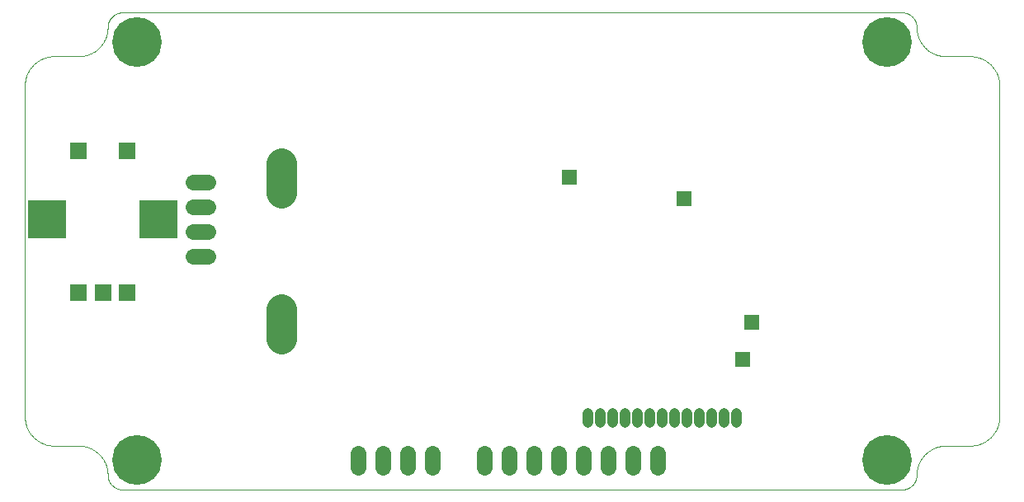
<source format=gbs>
G75*
%MOIN*%
%OFA0B0*%
%FSLAX25Y25*%
%IPPOS*%
%LPD*%
%AMOC8*
5,1,8,0,0,1.08239X$1,22.5*
%
%ADD10C,0.00394*%
%ADD11C,0.04362*%
%ADD12C,0.12211*%
%ADD13R,0.07093X0.07093*%
%ADD14R,0.15361X0.15361*%
%ADD15C,0.06306*%
%ADD16C,0.20085*%
%ADD17R,0.06306X0.06306*%
D10*
X0039406Y0022717D02*
X0049249Y0022717D01*
X0039406Y0022717D02*
X0039121Y0022720D01*
X0038835Y0022731D01*
X0038550Y0022748D01*
X0038266Y0022772D01*
X0037982Y0022803D01*
X0037699Y0022841D01*
X0037418Y0022886D01*
X0037137Y0022937D01*
X0036857Y0022995D01*
X0036579Y0023060D01*
X0036303Y0023132D01*
X0036029Y0023210D01*
X0035756Y0023295D01*
X0035486Y0023387D01*
X0035218Y0023485D01*
X0034952Y0023589D01*
X0034689Y0023700D01*
X0034429Y0023817D01*
X0034171Y0023940D01*
X0033917Y0024070D01*
X0033666Y0024206D01*
X0033418Y0024347D01*
X0033174Y0024495D01*
X0032933Y0024648D01*
X0032697Y0024808D01*
X0032464Y0024973D01*
X0032235Y0025143D01*
X0032010Y0025319D01*
X0031790Y0025501D01*
X0031574Y0025687D01*
X0031363Y0025879D01*
X0031156Y0026076D01*
X0030954Y0026278D01*
X0030757Y0026485D01*
X0030565Y0026696D01*
X0030379Y0026912D01*
X0030197Y0027132D01*
X0030021Y0027357D01*
X0029851Y0027586D01*
X0029686Y0027819D01*
X0029526Y0028055D01*
X0029373Y0028296D01*
X0029225Y0028540D01*
X0029084Y0028788D01*
X0028948Y0029039D01*
X0028818Y0029293D01*
X0028695Y0029551D01*
X0028578Y0029811D01*
X0028467Y0030074D01*
X0028363Y0030340D01*
X0028265Y0030608D01*
X0028173Y0030878D01*
X0028088Y0031151D01*
X0028010Y0031425D01*
X0027938Y0031701D01*
X0027873Y0031979D01*
X0027815Y0032259D01*
X0027764Y0032540D01*
X0027719Y0032821D01*
X0027681Y0033104D01*
X0027650Y0033388D01*
X0027626Y0033672D01*
X0027609Y0033957D01*
X0027598Y0034243D01*
X0027595Y0034528D01*
X0027595Y0168386D01*
X0027598Y0168671D01*
X0027609Y0168957D01*
X0027626Y0169242D01*
X0027650Y0169526D01*
X0027681Y0169810D01*
X0027719Y0170093D01*
X0027764Y0170374D01*
X0027815Y0170655D01*
X0027873Y0170935D01*
X0027938Y0171213D01*
X0028010Y0171489D01*
X0028088Y0171763D01*
X0028173Y0172036D01*
X0028265Y0172306D01*
X0028363Y0172574D01*
X0028467Y0172840D01*
X0028578Y0173103D01*
X0028695Y0173363D01*
X0028818Y0173621D01*
X0028948Y0173875D01*
X0029084Y0174126D01*
X0029225Y0174374D01*
X0029373Y0174618D01*
X0029526Y0174859D01*
X0029686Y0175095D01*
X0029851Y0175328D01*
X0030021Y0175557D01*
X0030197Y0175782D01*
X0030379Y0176002D01*
X0030565Y0176218D01*
X0030757Y0176429D01*
X0030954Y0176636D01*
X0031156Y0176838D01*
X0031363Y0177035D01*
X0031574Y0177227D01*
X0031790Y0177413D01*
X0032010Y0177595D01*
X0032235Y0177771D01*
X0032464Y0177941D01*
X0032697Y0178106D01*
X0032933Y0178266D01*
X0033174Y0178419D01*
X0033418Y0178567D01*
X0033666Y0178708D01*
X0033917Y0178844D01*
X0034171Y0178974D01*
X0034429Y0179097D01*
X0034689Y0179214D01*
X0034952Y0179325D01*
X0035218Y0179429D01*
X0035486Y0179527D01*
X0035756Y0179619D01*
X0036029Y0179704D01*
X0036303Y0179782D01*
X0036579Y0179854D01*
X0036857Y0179919D01*
X0037137Y0179977D01*
X0037418Y0180028D01*
X0037699Y0180073D01*
X0037982Y0180111D01*
X0038266Y0180142D01*
X0038550Y0180166D01*
X0038835Y0180183D01*
X0039121Y0180194D01*
X0039406Y0180197D01*
X0049249Y0180197D01*
X0049534Y0180200D01*
X0049820Y0180211D01*
X0050105Y0180228D01*
X0050389Y0180252D01*
X0050673Y0180283D01*
X0050956Y0180321D01*
X0051237Y0180366D01*
X0051518Y0180417D01*
X0051798Y0180475D01*
X0052076Y0180540D01*
X0052352Y0180612D01*
X0052626Y0180690D01*
X0052899Y0180775D01*
X0053169Y0180867D01*
X0053437Y0180965D01*
X0053703Y0181069D01*
X0053966Y0181180D01*
X0054226Y0181297D01*
X0054484Y0181420D01*
X0054738Y0181550D01*
X0054989Y0181686D01*
X0055237Y0181827D01*
X0055481Y0181975D01*
X0055722Y0182128D01*
X0055958Y0182288D01*
X0056191Y0182453D01*
X0056420Y0182623D01*
X0056645Y0182799D01*
X0056865Y0182981D01*
X0057081Y0183167D01*
X0057292Y0183359D01*
X0057499Y0183556D01*
X0057701Y0183758D01*
X0057898Y0183965D01*
X0058090Y0184176D01*
X0058276Y0184392D01*
X0058458Y0184612D01*
X0058634Y0184837D01*
X0058804Y0185066D01*
X0058969Y0185299D01*
X0059129Y0185535D01*
X0059282Y0185776D01*
X0059430Y0186020D01*
X0059571Y0186268D01*
X0059707Y0186519D01*
X0059837Y0186773D01*
X0059960Y0187031D01*
X0060077Y0187291D01*
X0060188Y0187554D01*
X0060292Y0187820D01*
X0060390Y0188088D01*
X0060482Y0188358D01*
X0060567Y0188631D01*
X0060645Y0188905D01*
X0060717Y0189181D01*
X0060782Y0189459D01*
X0060840Y0189739D01*
X0060891Y0190020D01*
X0060936Y0190301D01*
X0060974Y0190584D01*
X0061005Y0190868D01*
X0061029Y0191152D01*
X0061046Y0191437D01*
X0061057Y0191723D01*
X0061060Y0192008D01*
X0061059Y0192008D02*
X0061061Y0192160D01*
X0061067Y0192312D01*
X0061077Y0192464D01*
X0061090Y0192615D01*
X0061108Y0192766D01*
X0061129Y0192917D01*
X0061155Y0193067D01*
X0061184Y0193216D01*
X0061217Y0193365D01*
X0061254Y0193512D01*
X0061294Y0193659D01*
X0061339Y0193804D01*
X0061387Y0193948D01*
X0061439Y0194091D01*
X0061494Y0194233D01*
X0061553Y0194373D01*
X0061616Y0194512D01*
X0061682Y0194649D01*
X0061752Y0194784D01*
X0061825Y0194917D01*
X0061902Y0195048D01*
X0061982Y0195178D01*
X0062065Y0195305D01*
X0062151Y0195430D01*
X0062241Y0195553D01*
X0062334Y0195673D01*
X0062430Y0195791D01*
X0062529Y0195907D01*
X0062631Y0196020D01*
X0062735Y0196130D01*
X0062843Y0196238D01*
X0062953Y0196342D01*
X0063066Y0196444D01*
X0063182Y0196543D01*
X0063300Y0196639D01*
X0063420Y0196732D01*
X0063543Y0196822D01*
X0063668Y0196908D01*
X0063795Y0196991D01*
X0063925Y0197071D01*
X0064056Y0197148D01*
X0064189Y0197221D01*
X0064324Y0197291D01*
X0064461Y0197357D01*
X0064600Y0197420D01*
X0064740Y0197479D01*
X0064882Y0197534D01*
X0065025Y0197586D01*
X0065169Y0197634D01*
X0065314Y0197679D01*
X0065461Y0197719D01*
X0065608Y0197756D01*
X0065757Y0197789D01*
X0065906Y0197818D01*
X0066056Y0197844D01*
X0066207Y0197865D01*
X0066358Y0197883D01*
X0066509Y0197896D01*
X0066661Y0197906D01*
X0066813Y0197912D01*
X0066965Y0197914D01*
X0066965Y0197913D02*
X0381926Y0197913D01*
X0381926Y0197914D02*
X0382078Y0197912D01*
X0382230Y0197906D01*
X0382382Y0197896D01*
X0382533Y0197883D01*
X0382684Y0197865D01*
X0382835Y0197844D01*
X0382985Y0197818D01*
X0383134Y0197789D01*
X0383283Y0197756D01*
X0383430Y0197719D01*
X0383577Y0197679D01*
X0383722Y0197634D01*
X0383866Y0197586D01*
X0384009Y0197534D01*
X0384151Y0197479D01*
X0384291Y0197420D01*
X0384430Y0197357D01*
X0384567Y0197291D01*
X0384702Y0197221D01*
X0384835Y0197148D01*
X0384966Y0197071D01*
X0385096Y0196991D01*
X0385223Y0196908D01*
X0385348Y0196822D01*
X0385471Y0196732D01*
X0385591Y0196639D01*
X0385709Y0196543D01*
X0385825Y0196444D01*
X0385938Y0196342D01*
X0386048Y0196238D01*
X0386156Y0196130D01*
X0386260Y0196020D01*
X0386362Y0195907D01*
X0386461Y0195791D01*
X0386557Y0195673D01*
X0386650Y0195553D01*
X0386740Y0195430D01*
X0386826Y0195305D01*
X0386909Y0195178D01*
X0386989Y0195048D01*
X0387066Y0194917D01*
X0387139Y0194784D01*
X0387209Y0194649D01*
X0387275Y0194512D01*
X0387338Y0194373D01*
X0387397Y0194233D01*
X0387452Y0194091D01*
X0387504Y0193948D01*
X0387552Y0193804D01*
X0387597Y0193659D01*
X0387637Y0193512D01*
X0387674Y0193365D01*
X0387707Y0193216D01*
X0387736Y0193067D01*
X0387762Y0192917D01*
X0387783Y0192766D01*
X0387801Y0192615D01*
X0387814Y0192464D01*
X0387824Y0192312D01*
X0387830Y0192160D01*
X0387832Y0192008D01*
X0387831Y0192008D02*
X0387834Y0191723D01*
X0387845Y0191437D01*
X0387862Y0191152D01*
X0387886Y0190868D01*
X0387917Y0190584D01*
X0387955Y0190301D01*
X0388000Y0190020D01*
X0388051Y0189739D01*
X0388109Y0189459D01*
X0388174Y0189181D01*
X0388246Y0188905D01*
X0388324Y0188631D01*
X0388409Y0188358D01*
X0388501Y0188088D01*
X0388599Y0187820D01*
X0388703Y0187554D01*
X0388814Y0187291D01*
X0388931Y0187031D01*
X0389054Y0186773D01*
X0389184Y0186519D01*
X0389320Y0186268D01*
X0389461Y0186020D01*
X0389609Y0185776D01*
X0389762Y0185535D01*
X0389922Y0185299D01*
X0390087Y0185066D01*
X0390257Y0184837D01*
X0390433Y0184612D01*
X0390615Y0184392D01*
X0390801Y0184176D01*
X0390993Y0183965D01*
X0391190Y0183758D01*
X0391392Y0183556D01*
X0391599Y0183359D01*
X0391810Y0183167D01*
X0392026Y0182981D01*
X0392246Y0182799D01*
X0392471Y0182623D01*
X0392700Y0182453D01*
X0392933Y0182288D01*
X0393169Y0182128D01*
X0393410Y0181975D01*
X0393654Y0181827D01*
X0393902Y0181686D01*
X0394153Y0181550D01*
X0394407Y0181420D01*
X0394665Y0181297D01*
X0394925Y0181180D01*
X0395188Y0181069D01*
X0395454Y0180965D01*
X0395722Y0180867D01*
X0395992Y0180775D01*
X0396265Y0180690D01*
X0396539Y0180612D01*
X0396815Y0180540D01*
X0397093Y0180475D01*
X0397373Y0180417D01*
X0397654Y0180366D01*
X0397935Y0180321D01*
X0398218Y0180283D01*
X0398502Y0180252D01*
X0398786Y0180228D01*
X0399071Y0180211D01*
X0399357Y0180200D01*
X0399642Y0180197D01*
X0409485Y0180197D01*
X0409770Y0180194D01*
X0410056Y0180183D01*
X0410341Y0180166D01*
X0410625Y0180142D01*
X0410909Y0180111D01*
X0411192Y0180073D01*
X0411473Y0180028D01*
X0411754Y0179977D01*
X0412034Y0179919D01*
X0412312Y0179854D01*
X0412588Y0179782D01*
X0412862Y0179704D01*
X0413135Y0179619D01*
X0413405Y0179527D01*
X0413673Y0179429D01*
X0413939Y0179325D01*
X0414202Y0179214D01*
X0414462Y0179097D01*
X0414720Y0178974D01*
X0414974Y0178844D01*
X0415225Y0178708D01*
X0415473Y0178567D01*
X0415717Y0178419D01*
X0415958Y0178266D01*
X0416194Y0178106D01*
X0416427Y0177941D01*
X0416656Y0177771D01*
X0416881Y0177595D01*
X0417101Y0177413D01*
X0417317Y0177227D01*
X0417528Y0177035D01*
X0417735Y0176838D01*
X0417937Y0176636D01*
X0418134Y0176429D01*
X0418326Y0176218D01*
X0418512Y0176002D01*
X0418694Y0175782D01*
X0418870Y0175557D01*
X0419040Y0175328D01*
X0419205Y0175095D01*
X0419365Y0174859D01*
X0419518Y0174618D01*
X0419666Y0174374D01*
X0419807Y0174126D01*
X0419943Y0173875D01*
X0420073Y0173621D01*
X0420196Y0173363D01*
X0420313Y0173103D01*
X0420424Y0172840D01*
X0420528Y0172574D01*
X0420626Y0172306D01*
X0420718Y0172036D01*
X0420803Y0171763D01*
X0420881Y0171489D01*
X0420953Y0171213D01*
X0421018Y0170935D01*
X0421076Y0170655D01*
X0421127Y0170374D01*
X0421172Y0170093D01*
X0421210Y0169810D01*
X0421241Y0169526D01*
X0421265Y0169242D01*
X0421282Y0168957D01*
X0421293Y0168671D01*
X0421296Y0168386D01*
X0421296Y0034528D01*
X0421293Y0034243D01*
X0421282Y0033957D01*
X0421265Y0033672D01*
X0421241Y0033388D01*
X0421210Y0033104D01*
X0421172Y0032821D01*
X0421127Y0032540D01*
X0421076Y0032259D01*
X0421018Y0031979D01*
X0420953Y0031701D01*
X0420881Y0031425D01*
X0420803Y0031151D01*
X0420718Y0030878D01*
X0420626Y0030608D01*
X0420528Y0030340D01*
X0420424Y0030074D01*
X0420313Y0029811D01*
X0420196Y0029551D01*
X0420073Y0029293D01*
X0419943Y0029039D01*
X0419807Y0028788D01*
X0419666Y0028540D01*
X0419518Y0028296D01*
X0419365Y0028055D01*
X0419205Y0027819D01*
X0419040Y0027586D01*
X0418870Y0027357D01*
X0418694Y0027132D01*
X0418512Y0026912D01*
X0418326Y0026696D01*
X0418134Y0026485D01*
X0417937Y0026278D01*
X0417735Y0026076D01*
X0417528Y0025879D01*
X0417317Y0025687D01*
X0417101Y0025501D01*
X0416881Y0025319D01*
X0416656Y0025143D01*
X0416427Y0024973D01*
X0416194Y0024808D01*
X0415958Y0024648D01*
X0415717Y0024495D01*
X0415473Y0024347D01*
X0415225Y0024206D01*
X0414974Y0024070D01*
X0414720Y0023940D01*
X0414462Y0023817D01*
X0414202Y0023700D01*
X0413939Y0023589D01*
X0413673Y0023485D01*
X0413405Y0023387D01*
X0413135Y0023295D01*
X0412862Y0023210D01*
X0412588Y0023132D01*
X0412312Y0023060D01*
X0412034Y0022995D01*
X0411754Y0022937D01*
X0411473Y0022886D01*
X0411192Y0022841D01*
X0410909Y0022803D01*
X0410625Y0022772D01*
X0410341Y0022748D01*
X0410056Y0022731D01*
X0409770Y0022720D01*
X0409485Y0022717D01*
X0399642Y0022717D01*
X0399357Y0022714D01*
X0399071Y0022703D01*
X0398786Y0022686D01*
X0398502Y0022662D01*
X0398218Y0022631D01*
X0397935Y0022593D01*
X0397654Y0022548D01*
X0397373Y0022497D01*
X0397093Y0022439D01*
X0396815Y0022374D01*
X0396539Y0022302D01*
X0396265Y0022224D01*
X0395992Y0022139D01*
X0395722Y0022047D01*
X0395454Y0021949D01*
X0395188Y0021845D01*
X0394925Y0021734D01*
X0394665Y0021617D01*
X0394407Y0021494D01*
X0394153Y0021364D01*
X0393902Y0021228D01*
X0393654Y0021087D01*
X0393410Y0020939D01*
X0393169Y0020786D01*
X0392933Y0020626D01*
X0392700Y0020461D01*
X0392471Y0020291D01*
X0392246Y0020115D01*
X0392026Y0019933D01*
X0391810Y0019747D01*
X0391599Y0019555D01*
X0391392Y0019358D01*
X0391190Y0019156D01*
X0390993Y0018949D01*
X0390801Y0018738D01*
X0390615Y0018522D01*
X0390433Y0018302D01*
X0390257Y0018077D01*
X0390087Y0017848D01*
X0389922Y0017615D01*
X0389762Y0017379D01*
X0389609Y0017138D01*
X0389461Y0016894D01*
X0389320Y0016646D01*
X0389184Y0016395D01*
X0389054Y0016141D01*
X0388931Y0015883D01*
X0388814Y0015623D01*
X0388703Y0015360D01*
X0388599Y0015094D01*
X0388501Y0014826D01*
X0388409Y0014556D01*
X0388324Y0014283D01*
X0388246Y0014009D01*
X0388174Y0013733D01*
X0388109Y0013455D01*
X0388051Y0013175D01*
X0388000Y0012894D01*
X0387955Y0012613D01*
X0387917Y0012330D01*
X0387886Y0012046D01*
X0387862Y0011762D01*
X0387845Y0011477D01*
X0387834Y0011191D01*
X0387831Y0010906D01*
X0387832Y0010906D02*
X0387830Y0010754D01*
X0387824Y0010602D01*
X0387814Y0010450D01*
X0387801Y0010299D01*
X0387783Y0010148D01*
X0387762Y0009997D01*
X0387736Y0009847D01*
X0387707Y0009698D01*
X0387674Y0009549D01*
X0387637Y0009402D01*
X0387597Y0009255D01*
X0387552Y0009110D01*
X0387504Y0008966D01*
X0387452Y0008823D01*
X0387397Y0008681D01*
X0387338Y0008541D01*
X0387275Y0008402D01*
X0387209Y0008265D01*
X0387139Y0008130D01*
X0387066Y0007997D01*
X0386989Y0007866D01*
X0386909Y0007736D01*
X0386826Y0007609D01*
X0386740Y0007484D01*
X0386650Y0007361D01*
X0386557Y0007241D01*
X0386461Y0007123D01*
X0386362Y0007007D01*
X0386260Y0006894D01*
X0386156Y0006784D01*
X0386048Y0006676D01*
X0385938Y0006572D01*
X0385825Y0006470D01*
X0385709Y0006371D01*
X0385591Y0006275D01*
X0385471Y0006182D01*
X0385348Y0006092D01*
X0385223Y0006006D01*
X0385096Y0005923D01*
X0384966Y0005843D01*
X0384835Y0005766D01*
X0384702Y0005693D01*
X0384567Y0005623D01*
X0384430Y0005557D01*
X0384291Y0005494D01*
X0384151Y0005435D01*
X0384009Y0005380D01*
X0383866Y0005328D01*
X0383722Y0005280D01*
X0383577Y0005235D01*
X0383430Y0005195D01*
X0383283Y0005158D01*
X0383134Y0005125D01*
X0382985Y0005096D01*
X0382835Y0005070D01*
X0382684Y0005049D01*
X0382533Y0005031D01*
X0382382Y0005018D01*
X0382230Y0005008D01*
X0382078Y0005002D01*
X0381926Y0005000D01*
X0066965Y0005000D01*
X0066813Y0005002D01*
X0066661Y0005008D01*
X0066509Y0005018D01*
X0066358Y0005031D01*
X0066207Y0005049D01*
X0066056Y0005070D01*
X0065906Y0005096D01*
X0065757Y0005125D01*
X0065608Y0005158D01*
X0065461Y0005195D01*
X0065314Y0005235D01*
X0065169Y0005280D01*
X0065025Y0005328D01*
X0064882Y0005380D01*
X0064740Y0005435D01*
X0064600Y0005494D01*
X0064461Y0005557D01*
X0064324Y0005623D01*
X0064189Y0005693D01*
X0064056Y0005766D01*
X0063925Y0005843D01*
X0063795Y0005923D01*
X0063668Y0006006D01*
X0063543Y0006092D01*
X0063420Y0006182D01*
X0063300Y0006275D01*
X0063182Y0006371D01*
X0063066Y0006470D01*
X0062953Y0006572D01*
X0062843Y0006676D01*
X0062735Y0006784D01*
X0062631Y0006894D01*
X0062529Y0007007D01*
X0062430Y0007123D01*
X0062334Y0007241D01*
X0062241Y0007361D01*
X0062151Y0007484D01*
X0062065Y0007609D01*
X0061982Y0007736D01*
X0061902Y0007866D01*
X0061825Y0007997D01*
X0061752Y0008130D01*
X0061682Y0008265D01*
X0061616Y0008402D01*
X0061553Y0008541D01*
X0061494Y0008681D01*
X0061439Y0008823D01*
X0061387Y0008966D01*
X0061339Y0009110D01*
X0061294Y0009255D01*
X0061254Y0009402D01*
X0061217Y0009549D01*
X0061184Y0009698D01*
X0061155Y0009847D01*
X0061129Y0009997D01*
X0061108Y0010148D01*
X0061090Y0010299D01*
X0061077Y0010450D01*
X0061067Y0010602D01*
X0061061Y0010754D01*
X0061059Y0010906D01*
X0061060Y0010906D02*
X0061057Y0011191D01*
X0061046Y0011477D01*
X0061029Y0011762D01*
X0061005Y0012046D01*
X0060974Y0012330D01*
X0060936Y0012613D01*
X0060891Y0012894D01*
X0060840Y0013175D01*
X0060782Y0013455D01*
X0060717Y0013733D01*
X0060645Y0014009D01*
X0060567Y0014283D01*
X0060482Y0014556D01*
X0060390Y0014826D01*
X0060292Y0015094D01*
X0060188Y0015360D01*
X0060077Y0015623D01*
X0059960Y0015883D01*
X0059837Y0016141D01*
X0059707Y0016395D01*
X0059571Y0016646D01*
X0059430Y0016894D01*
X0059282Y0017138D01*
X0059129Y0017379D01*
X0058969Y0017615D01*
X0058804Y0017848D01*
X0058634Y0018077D01*
X0058458Y0018302D01*
X0058276Y0018522D01*
X0058090Y0018738D01*
X0057898Y0018949D01*
X0057701Y0019156D01*
X0057499Y0019358D01*
X0057292Y0019555D01*
X0057081Y0019747D01*
X0056865Y0019933D01*
X0056645Y0020115D01*
X0056420Y0020291D01*
X0056191Y0020461D01*
X0055958Y0020626D01*
X0055722Y0020786D01*
X0055481Y0020939D01*
X0055237Y0021087D01*
X0054989Y0021228D01*
X0054738Y0021364D01*
X0054484Y0021494D01*
X0054226Y0021617D01*
X0053966Y0021734D01*
X0053703Y0021845D01*
X0053437Y0021949D01*
X0053169Y0022047D01*
X0052899Y0022139D01*
X0052626Y0022224D01*
X0052352Y0022302D01*
X0052076Y0022374D01*
X0051798Y0022439D01*
X0051518Y0022497D01*
X0051237Y0022548D01*
X0050956Y0022593D01*
X0050673Y0022631D01*
X0050389Y0022662D01*
X0050105Y0022686D01*
X0049820Y0022703D01*
X0049534Y0022714D01*
X0049249Y0022717D01*
D11*
X0254879Y0032153D02*
X0254879Y0036115D01*
X0259879Y0036115D02*
X0259879Y0032153D01*
X0264879Y0032153D02*
X0264879Y0036115D01*
X0269879Y0036115D02*
X0269879Y0032153D01*
X0274879Y0032153D02*
X0274879Y0036115D01*
X0279879Y0036115D02*
X0279879Y0032153D01*
X0284879Y0032153D02*
X0284879Y0036115D01*
X0289879Y0036115D02*
X0289879Y0032153D01*
X0294879Y0032153D02*
X0294879Y0036115D01*
X0299879Y0036115D02*
X0299879Y0032153D01*
X0304879Y0032153D02*
X0304879Y0036115D01*
X0309879Y0036115D02*
X0309879Y0032153D01*
X0314879Y0032153D02*
X0314879Y0036115D01*
D12*
X0131335Y0066024D02*
X0131335Y0077835D01*
X0131335Y0125079D02*
X0131335Y0136890D01*
D13*
X0068934Y0141811D03*
X0049249Y0141811D03*
X0049249Y0084724D03*
X0059091Y0084724D03*
X0068934Y0084724D03*
D14*
X0081532Y0114252D03*
X0036650Y0114252D03*
D15*
X0095509Y0109252D02*
X0101414Y0109252D01*
X0101414Y0119252D02*
X0095509Y0119252D01*
X0095509Y0129252D02*
X0101414Y0129252D01*
X0101414Y0099252D02*
X0095509Y0099252D01*
X0162201Y0019764D02*
X0162201Y0013858D01*
X0172201Y0013858D02*
X0172201Y0019764D01*
X0182201Y0019764D02*
X0182201Y0013858D01*
X0192201Y0013858D02*
X0192201Y0019764D01*
X0213068Y0019764D02*
X0213068Y0013858D01*
X0223068Y0013858D02*
X0223068Y0019764D01*
X0233068Y0019764D02*
X0233068Y0013858D01*
X0243068Y0013858D02*
X0243068Y0019764D01*
X0253068Y0019764D02*
X0253068Y0013858D01*
X0263068Y0013858D02*
X0263068Y0019764D01*
X0273068Y0019764D02*
X0273068Y0013858D01*
X0283068Y0013858D02*
X0283068Y0019764D01*
D16*
X0376020Y0016811D03*
X0072871Y0016811D03*
X0072871Y0186102D03*
X0376020Y0186102D03*
D17*
X0293845Y0122500D03*
X0247595Y0131250D03*
X0321345Y0072500D03*
X0317595Y0057500D03*
M02*

</source>
